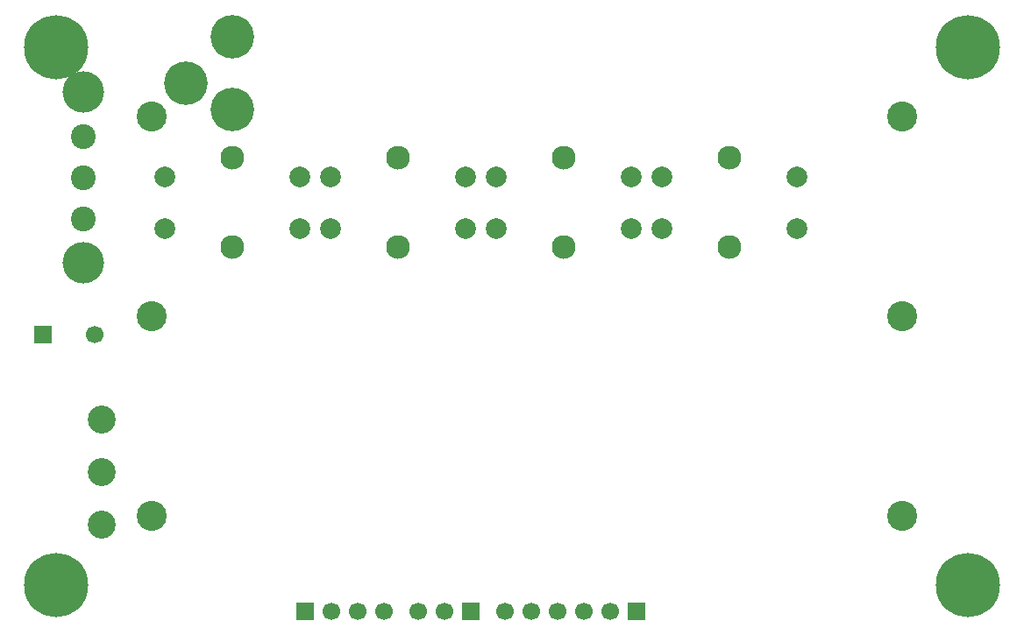
<source format=gts>
G04 #@! TF.FileFunction,Soldermask,Top*
%FSLAX46Y46*%
G04 Gerber Fmt 4.6, Leading zero omitted, Abs format (unit mm)*
G04 Created by KiCad (PCBNEW (2015-08-16 BZR 6097, Git b384c94)-product) date 30.08.2015 23:23:13*
%MOMM*%
G01*
G04 APERTURE LIST*
%ADD10C,0.100000*%
%ADD11R,1.700000X1.700000*%
%ADD12C,1.700000*%
%ADD13C,6.200000*%
%ADD14C,2.000860*%
%ADD15C,2.300580*%
%ADD16C,2.400000*%
%ADD17C,4.000000*%
%ADD18C,4.200000*%
%ADD19C,2.900000*%
%ADD20C,2.700000*%
G04 APERTURE END LIST*
D10*
D11*
X77700000Y-92800000D03*
D12*
X82700000Y-92800000D03*
D13*
X79000000Y-65000000D03*
X79000000Y-117000000D03*
X167000000Y-65000000D03*
X167000000Y-117000000D03*
D14*
X89500140Y-77500640D03*
X89500140Y-82499360D03*
X102499860Y-82499360D03*
X102499860Y-77500640D03*
D15*
X96000000Y-75682000D03*
X96000000Y-84318000D03*
D14*
X105500140Y-77500640D03*
X105500140Y-82499360D03*
X118499860Y-82499360D03*
X118499860Y-77500640D03*
D15*
X112000000Y-75682000D03*
X112000000Y-84318000D03*
D14*
X121500140Y-77500640D03*
X121500140Y-82499360D03*
X134499860Y-82499360D03*
X134499860Y-77500640D03*
D15*
X128000000Y-75682000D03*
X128000000Y-84318000D03*
D14*
X137500140Y-77500640D03*
X137500140Y-82499360D03*
X150499860Y-82499360D03*
X150499860Y-77500640D03*
D15*
X144000000Y-75682000D03*
X144000000Y-84318000D03*
D16*
X81600000Y-81600000D03*
X81600000Y-77600000D03*
X81600000Y-73600000D03*
D17*
X81600000Y-85850000D03*
X81600000Y-69350000D03*
D18*
X96000000Y-64000000D03*
X91500000Y-68500000D03*
X96000000Y-71000000D03*
D11*
X103000000Y-119500000D03*
D12*
X105540000Y-119500000D03*
X108080000Y-119500000D03*
X110620000Y-119500000D03*
D11*
X135000000Y-119500000D03*
D12*
X132460000Y-119500000D03*
X129920000Y-119500000D03*
X127380000Y-119500000D03*
X124840000Y-119500000D03*
X122300000Y-119500000D03*
D11*
X119000000Y-119500000D03*
D12*
X116460000Y-119500000D03*
X113920000Y-119500000D03*
D19*
X88150000Y-91000000D03*
X88150000Y-110300000D03*
X160650000Y-110300000D03*
X160650000Y-91000000D03*
X160650000Y-71700000D03*
X88150000Y-71700000D03*
D20*
X83400000Y-100980000D03*
X83400000Y-106060000D03*
X83400000Y-111140000D03*
M02*

</source>
